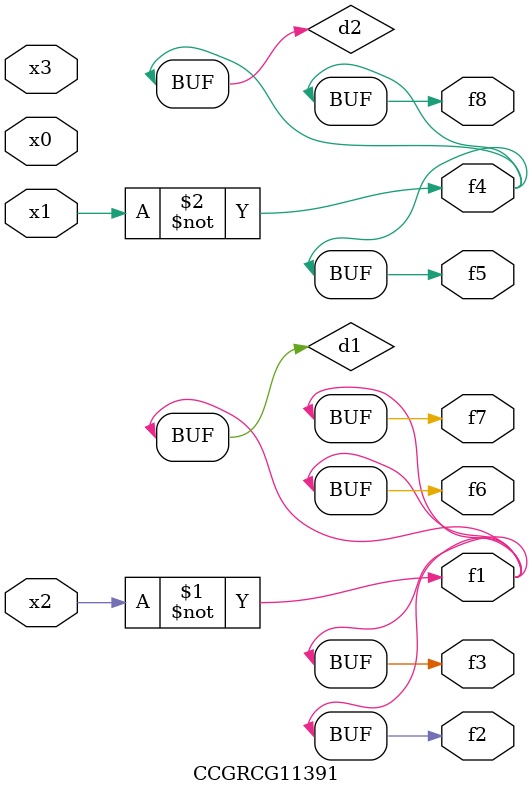
<source format=v>
module CCGRCG11391(
	input x0, x1, x2, x3,
	output f1, f2, f3, f4, f5, f6, f7, f8
);

	wire d1, d2;

	xnor (d1, x2);
	not (d2, x1);
	assign f1 = d1;
	assign f2 = d1;
	assign f3 = d1;
	assign f4 = d2;
	assign f5 = d2;
	assign f6 = d1;
	assign f7 = d1;
	assign f8 = d2;
endmodule

</source>
